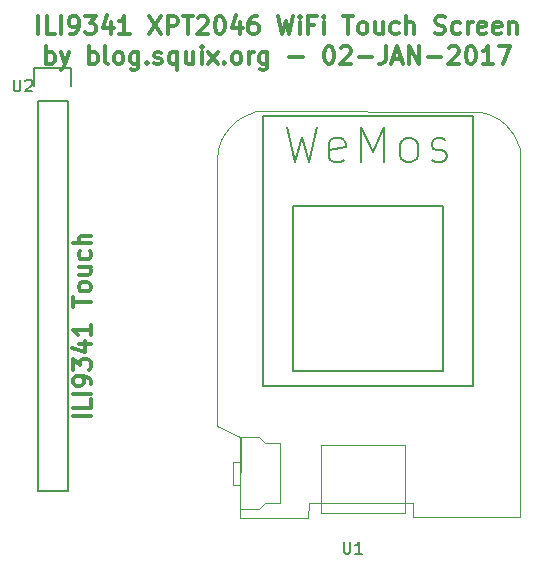
<source format=gbr>
G04 #@! TF.FileFunction,Legend,Top*
%FSLAX46Y46*%
G04 Gerber Fmt 4.6, Leading zero omitted, Abs format (unit mm)*
G04 Created by KiCad (PCBNEW 4.0.5) date 2017 January 02, Monday 13:47:43*
%MOMM*%
%LPD*%
G01*
G04 APERTURE LIST*
%ADD10C,0.100000*%
%ADD11C,0.300000*%
%ADD12C,0.150000*%
%ADD13R,2.432000X2.127200*%
%ADD14O,2.432000X2.127200*%
%ADD15C,2.200000*%
G04 APERTURE END LIST*
D10*
D11*
X118788571Y-116862856D02*
X117288571Y-116862856D01*
X118788571Y-115434284D02*
X118788571Y-116148570D01*
X117288571Y-116148570D01*
X118788571Y-114934284D02*
X117288571Y-114934284D01*
X118788571Y-114148570D02*
X118788571Y-113862855D01*
X118717143Y-113719998D01*
X118645714Y-113648570D01*
X118431429Y-113505712D01*
X118145714Y-113434284D01*
X117574286Y-113434284D01*
X117431429Y-113505712D01*
X117360000Y-113577141D01*
X117288571Y-113719998D01*
X117288571Y-114005712D01*
X117360000Y-114148570D01*
X117431429Y-114219998D01*
X117574286Y-114291427D01*
X117931429Y-114291427D01*
X118074286Y-114219998D01*
X118145714Y-114148570D01*
X118217143Y-114005712D01*
X118217143Y-113719998D01*
X118145714Y-113577141D01*
X118074286Y-113505712D01*
X117931429Y-113434284D01*
X117288571Y-112934284D02*
X117288571Y-112005713D01*
X117860000Y-112505713D01*
X117860000Y-112291427D01*
X117931429Y-112148570D01*
X118002857Y-112077141D01*
X118145714Y-112005713D01*
X118502857Y-112005713D01*
X118645714Y-112077141D01*
X118717143Y-112148570D01*
X118788571Y-112291427D01*
X118788571Y-112719999D01*
X118717143Y-112862856D01*
X118645714Y-112934284D01*
X117788571Y-110719999D02*
X118788571Y-110719999D01*
X117217143Y-111077142D02*
X118288571Y-111434285D01*
X118288571Y-110505713D01*
X118788571Y-109148571D02*
X118788571Y-110005714D01*
X118788571Y-109577142D02*
X117288571Y-109577142D01*
X117502857Y-109719999D01*
X117645714Y-109862857D01*
X117717143Y-110005714D01*
X117288571Y-107577143D02*
X117288571Y-106720000D01*
X118788571Y-107148571D02*
X117288571Y-107148571D01*
X118788571Y-106005714D02*
X118717143Y-106148572D01*
X118645714Y-106220000D01*
X118502857Y-106291429D01*
X118074286Y-106291429D01*
X117931429Y-106220000D01*
X117860000Y-106148572D01*
X117788571Y-106005714D01*
X117788571Y-105791429D01*
X117860000Y-105648572D01*
X117931429Y-105577143D01*
X118074286Y-105505714D01*
X118502857Y-105505714D01*
X118645714Y-105577143D01*
X118717143Y-105648572D01*
X118788571Y-105791429D01*
X118788571Y-106005714D01*
X117788571Y-104220000D02*
X118788571Y-104220000D01*
X117788571Y-104862857D02*
X118574286Y-104862857D01*
X118717143Y-104791429D01*
X118788571Y-104648571D01*
X118788571Y-104434286D01*
X118717143Y-104291429D01*
X118645714Y-104220000D01*
X118717143Y-102862857D02*
X118788571Y-103005714D01*
X118788571Y-103291428D01*
X118717143Y-103434286D01*
X118645714Y-103505714D01*
X118502857Y-103577143D01*
X118074286Y-103577143D01*
X117931429Y-103505714D01*
X117860000Y-103434286D01*
X117788571Y-103291428D01*
X117788571Y-103005714D01*
X117860000Y-102862857D01*
X118788571Y-102220000D02*
X117288571Y-102220000D01*
X118788571Y-101577143D02*
X118002857Y-101577143D01*
X117860000Y-101648572D01*
X117788571Y-101791429D01*
X117788571Y-102005714D01*
X117860000Y-102148572D01*
X117931429Y-102220000D01*
X114370003Y-84493571D02*
X114370003Y-82993571D01*
X115798575Y-84493571D02*
X115084289Y-84493571D01*
X115084289Y-82993571D01*
X116298575Y-84493571D02*
X116298575Y-82993571D01*
X117084289Y-84493571D02*
X117370004Y-84493571D01*
X117512861Y-84422143D01*
X117584289Y-84350714D01*
X117727147Y-84136429D01*
X117798575Y-83850714D01*
X117798575Y-83279286D01*
X117727147Y-83136429D01*
X117655718Y-83065000D01*
X117512861Y-82993571D01*
X117227147Y-82993571D01*
X117084289Y-83065000D01*
X117012861Y-83136429D01*
X116941432Y-83279286D01*
X116941432Y-83636429D01*
X117012861Y-83779286D01*
X117084289Y-83850714D01*
X117227147Y-83922143D01*
X117512861Y-83922143D01*
X117655718Y-83850714D01*
X117727147Y-83779286D01*
X117798575Y-83636429D01*
X118298575Y-82993571D02*
X119227146Y-82993571D01*
X118727146Y-83565000D01*
X118941432Y-83565000D01*
X119084289Y-83636429D01*
X119155718Y-83707857D01*
X119227146Y-83850714D01*
X119227146Y-84207857D01*
X119155718Y-84350714D01*
X119084289Y-84422143D01*
X118941432Y-84493571D01*
X118512860Y-84493571D01*
X118370003Y-84422143D01*
X118298575Y-84350714D01*
X120512860Y-83493571D02*
X120512860Y-84493571D01*
X120155717Y-82922143D02*
X119798574Y-83993571D01*
X120727146Y-83993571D01*
X122084288Y-84493571D02*
X121227145Y-84493571D01*
X121655717Y-84493571D02*
X121655717Y-82993571D01*
X121512860Y-83207857D01*
X121370002Y-83350714D01*
X121227145Y-83422143D01*
X123727145Y-82993571D02*
X124727145Y-84493571D01*
X124727145Y-82993571D02*
X123727145Y-84493571D01*
X125298573Y-84493571D02*
X125298573Y-82993571D01*
X125870001Y-82993571D01*
X126012859Y-83065000D01*
X126084287Y-83136429D01*
X126155716Y-83279286D01*
X126155716Y-83493571D01*
X126084287Y-83636429D01*
X126012859Y-83707857D01*
X125870001Y-83779286D01*
X125298573Y-83779286D01*
X126584287Y-82993571D02*
X127441430Y-82993571D01*
X127012859Y-84493571D02*
X127012859Y-82993571D01*
X127870001Y-83136429D02*
X127941430Y-83065000D01*
X128084287Y-82993571D01*
X128441430Y-82993571D01*
X128584287Y-83065000D01*
X128655716Y-83136429D01*
X128727144Y-83279286D01*
X128727144Y-83422143D01*
X128655716Y-83636429D01*
X127798573Y-84493571D01*
X128727144Y-84493571D01*
X129655715Y-82993571D02*
X129798572Y-82993571D01*
X129941429Y-83065000D01*
X130012858Y-83136429D01*
X130084287Y-83279286D01*
X130155715Y-83565000D01*
X130155715Y-83922143D01*
X130084287Y-84207857D01*
X130012858Y-84350714D01*
X129941429Y-84422143D01*
X129798572Y-84493571D01*
X129655715Y-84493571D01*
X129512858Y-84422143D01*
X129441429Y-84350714D01*
X129370001Y-84207857D01*
X129298572Y-83922143D01*
X129298572Y-83565000D01*
X129370001Y-83279286D01*
X129441429Y-83136429D01*
X129512858Y-83065000D01*
X129655715Y-82993571D01*
X131441429Y-83493571D02*
X131441429Y-84493571D01*
X131084286Y-82922143D02*
X130727143Y-83993571D01*
X131655715Y-83993571D01*
X132870000Y-82993571D02*
X132584286Y-82993571D01*
X132441429Y-83065000D01*
X132370000Y-83136429D01*
X132227143Y-83350714D01*
X132155714Y-83636429D01*
X132155714Y-84207857D01*
X132227143Y-84350714D01*
X132298571Y-84422143D01*
X132441429Y-84493571D01*
X132727143Y-84493571D01*
X132870000Y-84422143D01*
X132941429Y-84350714D01*
X133012857Y-84207857D01*
X133012857Y-83850714D01*
X132941429Y-83707857D01*
X132870000Y-83636429D01*
X132727143Y-83565000D01*
X132441429Y-83565000D01*
X132298571Y-83636429D01*
X132227143Y-83707857D01*
X132155714Y-83850714D01*
X134655714Y-82993571D02*
X135012857Y-84493571D01*
X135298571Y-83422143D01*
X135584285Y-84493571D01*
X135941428Y-82993571D01*
X136512857Y-84493571D02*
X136512857Y-83493571D01*
X136512857Y-82993571D02*
X136441428Y-83065000D01*
X136512857Y-83136429D01*
X136584285Y-83065000D01*
X136512857Y-82993571D01*
X136512857Y-83136429D01*
X137727143Y-83707857D02*
X137227143Y-83707857D01*
X137227143Y-84493571D02*
X137227143Y-82993571D01*
X137941429Y-82993571D01*
X138512857Y-84493571D02*
X138512857Y-83493571D01*
X138512857Y-82993571D02*
X138441428Y-83065000D01*
X138512857Y-83136429D01*
X138584285Y-83065000D01*
X138512857Y-82993571D01*
X138512857Y-83136429D01*
X140155714Y-82993571D02*
X141012857Y-82993571D01*
X140584286Y-84493571D02*
X140584286Y-82993571D01*
X141727143Y-84493571D02*
X141584285Y-84422143D01*
X141512857Y-84350714D01*
X141441428Y-84207857D01*
X141441428Y-83779286D01*
X141512857Y-83636429D01*
X141584285Y-83565000D01*
X141727143Y-83493571D01*
X141941428Y-83493571D01*
X142084285Y-83565000D01*
X142155714Y-83636429D01*
X142227143Y-83779286D01*
X142227143Y-84207857D01*
X142155714Y-84350714D01*
X142084285Y-84422143D01*
X141941428Y-84493571D01*
X141727143Y-84493571D01*
X143512857Y-83493571D02*
X143512857Y-84493571D01*
X142870000Y-83493571D02*
X142870000Y-84279286D01*
X142941428Y-84422143D01*
X143084286Y-84493571D01*
X143298571Y-84493571D01*
X143441428Y-84422143D01*
X143512857Y-84350714D01*
X144870000Y-84422143D02*
X144727143Y-84493571D01*
X144441429Y-84493571D01*
X144298571Y-84422143D01*
X144227143Y-84350714D01*
X144155714Y-84207857D01*
X144155714Y-83779286D01*
X144227143Y-83636429D01*
X144298571Y-83565000D01*
X144441429Y-83493571D01*
X144727143Y-83493571D01*
X144870000Y-83565000D01*
X145512857Y-84493571D02*
X145512857Y-82993571D01*
X146155714Y-84493571D02*
X146155714Y-83707857D01*
X146084285Y-83565000D01*
X145941428Y-83493571D01*
X145727143Y-83493571D01*
X145584285Y-83565000D01*
X145512857Y-83636429D01*
X147941428Y-84422143D02*
X148155714Y-84493571D01*
X148512857Y-84493571D01*
X148655714Y-84422143D01*
X148727143Y-84350714D01*
X148798571Y-84207857D01*
X148798571Y-84065000D01*
X148727143Y-83922143D01*
X148655714Y-83850714D01*
X148512857Y-83779286D01*
X148227143Y-83707857D01*
X148084285Y-83636429D01*
X148012857Y-83565000D01*
X147941428Y-83422143D01*
X147941428Y-83279286D01*
X148012857Y-83136429D01*
X148084285Y-83065000D01*
X148227143Y-82993571D01*
X148584285Y-82993571D01*
X148798571Y-83065000D01*
X150084285Y-84422143D02*
X149941428Y-84493571D01*
X149655714Y-84493571D01*
X149512856Y-84422143D01*
X149441428Y-84350714D01*
X149369999Y-84207857D01*
X149369999Y-83779286D01*
X149441428Y-83636429D01*
X149512856Y-83565000D01*
X149655714Y-83493571D01*
X149941428Y-83493571D01*
X150084285Y-83565000D01*
X150727142Y-84493571D02*
X150727142Y-83493571D01*
X150727142Y-83779286D02*
X150798570Y-83636429D01*
X150869999Y-83565000D01*
X151012856Y-83493571D01*
X151155713Y-83493571D01*
X152227141Y-84422143D02*
X152084284Y-84493571D01*
X151798570Y-84493571D01*
X151655713Y-84422143D01*
X151584284Y-84279286D01*
X151584284Y-83707857D01*
X151655713Y-83565000D01*
X151798570Y-83493571D01*
X152084284Y-83493571D01*
X152227141Y-83565000D01*
X152298570Y-83707857D01*
X152298570Y-83850714D01*
X151584284Y-83993571D01*
X153512855Y-84422143D02*
X153369998Y-84493571D01*
X153084284Y-84493571D01*
X152941427Y-84422143D01*
X152869998Y-84279286D01*
X152869998Y-83707857D01*
X152941427Y-83565000D01*
X153084284Y-83493571D01*
X153369998Y-83493571D01*
X153512855Y-83565000D01*
X153584284Y-83707857D01*
X153584284Y-83850714D01*
X152869998Y-83993571D01*
X154227141Y-83493571D02*
X154227141Y-84493571D01*
X154227141Y-83636429D02*
X154298569Y-83565000D01*
X154441427Y-83493571D01*
X154655712Y-83493571D01*
X154798569Y-83565000D01*
X154869998Y-83707857D01*
X154869998Y-84493571D01*
X115048572Y-87043571D02*
X115048572Y-85543571D01*
X115048572Y-86115000D02*
X115191429Y-86043571D01*
X115477143Y-86043571D01*
X115620000Y-86115000D01*
X115691429Y-86186429D01*
X115762858Y-86329286D01*
X115762858Y-86757857D01*
X115691429Y-86900714D01*
X115620000Y-86972143D01*
X115477143Y-87043571D01*
X115191429Y-87043571D01*
X115048572Y-86972143D01*
X116262858Y-86043571D02*
X116620001Y-87043571D01*
X116977143Y-86043571D02*
X116620001Y-87043571D01*
X116477143Y-87400714D01*
X116405715Y-87472143D01*
X116262858Y-87543571D01*
X118691429Y-87043571D02*
X118691429Y-85543571D01*
X118691429Y-86115000D02*
X118834286Y-86043571D01*
X119120000Y-86043571D01*
X119262857Y-86115000D01*
X119334286Y-86186429D01*
X119405715Y-86329286D01*
X119405715Y-86757857D01*
X119334286Y-86900714D01*
X119262857Y-86972143D01*
X119120000Y-87043571D01*
X118834286Y-87043571D01*
X118691429Y-86972143D01*
X120262858Y-87043571D02*
X120120000Y-86972143D01*
X120048572Y-86829286D01*
X120048572Y-85543571D01*
X121048572Y-87043571D02*
X120905714Y-86972143D01*
X120834286Y-86900714D01*
X120762857Y-86757857D01*
X120762857Y-86329286D01*
X120834286Y-86186429D01*
X120905714Y-86115000D01*
X121048572Y-86043571D01*
X121262857Y-86043571D01*
X121405714Y-86115000D01*
X121477143Y-86186429D01*
X121548572Y-86329286D01*
X121548572Y-86757857D01*
X121477143Y-86900714D01*
X121405714Y-86972143D01*
X121262857Y-87043571D01*
X121048572Y-87043571D01*
X122834286Y-86043571D02*
X122834286Y-87257857D01*
X122762857Y-87400714D01*
X122691429Y-87472143D01*
X122548572Y-87543571D01*
X122334286Y-87543571D01*
X122191429Y-87472143D01*
X122834286Y-86972143D02*
X122691429Y-87043571D01*
X122405715Y-87043571D01*
X122262857Y-86972143D01*
X122191429Y-86900714D01*
X122120000Y-86757857D01*
X122120000Y-86329286D01*
X122191429Y-86186429D01*
X122262857Y-86115000D01*
X122405715Y-86043571D01*
X122691429Y-86043571D01*
X122834286Y-86115000D01*
X123548572Y-86900714D02*
X123620000Y-86972143D01*
X123548572Y-87043571D01*
X123477143Y-86972143D01*
X123548572Y-86900714D01*
X123548572Y-87043571D01*
X124191429Y-86972143D02*
X124334286Y-87043571D01*
X124620001Y-87043571D01*
X124762858Y-86972143D01*
X124834286Y-86829286D01*
X124834286Y-86757857D01*
X124762858Y-86615000D01*
X124620001Y-86543571D01*
X124405715Y-86543571D01*
X124262858Y-86472143D01*
X124191429Y-86329286D01*
X124191429Y-86257857D01*
X124262858Y-86115000D01*
X124405715Y-86043571D01*
X124620001Y-86043571D01*
X124762858Y-86115000D01*
X126120001Y-86043571D02*
X126120001Y-87543571D01*
X126120001Y-86972143D02*
X125977144Y-87043571D01*
X125691430Y-87043571D01*
X125548572Y-86972143D01*
X125477144Y-86900714D01*
X125405715Y-86757857D01*
X125405715Y-86329286D01*
X125477144Y-86186429D01*
X125548572Y-86115000D01*
X125691430Y-86043571D01*
X125977144Y-86043571D01*
X126120001Y-86115000D01*
X127477144Y-86043571D02*
X127477144Y-87043571D01*
X126834287Y-86043571D02*
X126834287Y-86829286D01*
X126905715Y-86972143D01*
X127048573Y-87043571D01*
X127262858Y-87043571D01*
X127405715Y-86972143D01*
X127477144Y-86900714D01*
X128191430Y-87043571D02*
X128191430Y-86043571D01*
X128191430Y-85543571D02*
X128120001Y-85615000D01*
X128191430Y-85686429D01*
X128262858Y-85615000D01*
X128191430Y-85543571D01*
X128191430Y-85686429D01*
X128762859Y-87043571D02*
X129548573Y-86043571D01*
X128762859Y-86043571D02*
X129548573Y-87043571D01*
X130120002Y-86900714D02*
X130191430Y-86972143D01*
X130120002Y-87043571D01*
X130048573Y-86972143D01*
X130120002Y-86900714D01*
X130120002Y-87043571D01*
X131048574Y-87043571D02*
X130905716Y-86972143D01*
X130834288Y-86900714D01*
X130762859Y-86757857D01*
X130762859Y-86329286D01*
X130834288Y-86186429D01*
X130905716Y-86115000D01*
X131048574Y-86043571D01*
X131262859Y-86043571D01*
X131405716Y-86115000D01*
X131477145Y-86186429D01*
X131548574Y-86329286D01*
X131548574Y-86757857D01*
X131477145Y-86900714D01*
X131405716Y-86972143D01*
X131262859Y-87043571D01*
X131048574Y-87043571D01*
X132191431Y-87043571D02*
X132191431Y-86043571D01*
X132191431Y-86329286D02*
X132262859Y-86186429D01*
X132334288Y-86115000D01*
X132477145Y-86043571D01*
X132620002Y-86043571D01*
X133762859Y-86043571D02*
X133762859Y-87257857D01*
X133691430Y-87400714D01*
X133620002Y-87472143D01*
X133477145Y-87543571D01*
X133262859Y-87543571D01*
X133120002Y-87472143D01*
X133762859Y-86972143D02*
X133620002Y-87043571D01*
X133334288Y-87043571D01*
X133191430Y-86972143D01*
X133120002Y-86900714D01*
X133048573Y-86757857D01*
X133048573Y-86329286D01*
X133120002Y-86186429D01*
X133191430Y-86115000D01*
X133334288Y-86043571D01*
X133620002Y-86043571D01*
X133762859Y-86115000D01*
X135620002Y-86472143D02*
X136762859Y-86472143D01*
X138905716Y-85543571D02*
X139048573Y-85543571D01*
X139191430Y-85615000D01*
X139262859Y-85686429D01*
X139334288Y-85829286D01*
X139405716Y-86115000D01*
X139405716Y-86472143D01*
X139334288Y-86757857D01*
X139262859Y-86900714D01*
X139191430Y-86972143D01*
X139048573Y-87043571D01*
X138905716Y-87043571D01*
X138762859Y-86972143D01*
X138691430Y-86900714D01*
X138620002Y-86757857D01*
X138548573Y-86472143D01*
X138548573Y-86115000D01*
X138620002Y-85829286D01*
X138691430Y-85686429D01*
X138762859Y-85615000D01*
X138905716Y-85543571D01*
X139977144Y-85686429D02*
X140048573Y-85615000D01*
X140191430Y-85543571D01*
X140548573Y-85543571D01*
X140691430Y-85615000D01*
X140762859Y-85686429D01*
X140834287Y-85829286D01*
X140834287Y-85972143D01*
X140762859Y-86186429D01*
X139905716Y-87043571D01*
X140834287Y-87043571D01*
X141477144Y-86472143D02*
X142620001Y-86472143D01*
X143762858Y-85543571D02*
X143762858Y-86615000D01*
X143691430Y-86829286D01*
X143548573Y-86972143D01*
X143334287Y-87043571D01*
X143191430Y-87043571D01*
X144405715Y-86615000D02*
X145120001Y-86615000D01*
X144262858Y-87043571D02*
X144762858Y-85543571D01*
X145262858Y-87043571D01*
X145762858Y-87043571D02*
X145762858Y-85543571D01*
X146620001Y-87043571D01*
X146620001Y-85543571D01*
X147334287Y-86472143D02*
X148477144Y-86472143D01*
X149120001Y-85686429D02*
X149191430Y-85615000D01*
X149334287Y-85543571D01*
X149691430Y-85543571D01*
X149834287Y-85615000D01*
X149905716Y-85686429D01*
X149977144Y-85829286D01*
X149977144Y-85972143D01*
X149905716Y-86186429D01*
X149048573Y-87043571D01*
X149977144Y-87043571D01*
X150905715Y-85543571D02*
X151048572Y-85543571D01*
X151191429Y-85615000D01*
X151262858Y-85686429D01*
X151334287Y-85829286D01*
X151405715Y-86115000D01*
X151405715Y-86472143D01*
X151334287Y-86757857D01*
X151262858Y-86900714D01*
X151191429Y-86972143D01*
X151048572Y-87043571D01*
X150905715Y-87043571D01*
X150762858Y-86972143D01*
X150691429Y-86900714D01*
X150620001Y-86757857D01*
X150548572Y-86472143D01*
X150548572Y-86115000D01*
X150620001Y-85829286D01*
X150691429Y-85686429D01*
X150762858Y-85615000D01*
X150905715Y-85543571D01*
X152834286Y-87043571D02*
X151977143Y-87043571D01*
X152405715Y-87043571D02*
X152405715Y-85543571D01*
X152262858Y-85757857D01*
X152120000Y-85900714D01*
X151977143Y-85972143D01*
X153334286Y-85543571D02*
X154334286Y-85543571D01*
X153691429Y-87043571D01*
D12*
X114300000Y-90170000D02*
X114300000Y-123190000D01*
X114300000Y-123190000D02*
X116840000Y-123190000D01*
X116840000Y-123190000D02*
X116840000Y-90170000D01*
X117120000Y-87350000D02*
X117120000Y-88900000D01*
X116840000Y-90170000D02*
X114300000Y-90170000D01*
X114020000Y-88900000D02*
X114020000Y-87350000D01*
X114020000Y-87350000D02*
X117120000Y-87350000D01*
X148590000Y-113030000D02*
X148590000Y-99060000D01*
X148590000Y-99060000D02*
X135890000Y-99060000D01*
X135890000Y-99060000D02*
X135890000Y-113030000D01*
X135890000Y-113030000D02*
X148590000Y-113030000D01*
X151130000Y-114300000D02*
X133350000Y-114300000D01*
X133350000Y-114300000D02*
X133350000Y-91440000D01*
X133350000Y-91440000D02*
X151130000Y-91440000D01*
X151130000Y-91440000D02*
X151130000Y-114300000D01*
D10*
X131422528Y-125497228D02*
X137233820Y-125497228D01*
X137233820Y-125497228D02*
X137260151Y-124213795D01*
X137260151Y-124213795D02*
X146091373Y-124220483D01*
X146091373Y-124220483D02*
X146089397Y-125422736D01*
X146089397Y-125422736D02*
X155170193Y-125396658D01*
X155170193Y-125396658D02*
X155156195Y-94226507D01*
X155156195Y-94226507D02*
X154923384Y-93623714D01*
X154923384Y-93623714D02*
X154639901Y-93078833D01*
X154639901Y-93078833D02*
X154305253Y-92592423D01*
X154305253Y-92592423D02*
X153918953Y-92165048D01*
X153918953Y-92165048D02*
X153480512Y-91797259D01*
X153480512Y-91797259D02*
X152989440Y-91489623D01*
X152989440Y-91489623D02*
X152445250Y-91242690D01*
X152445250Y-91242690D02*
X151847453Y-91057024D01*
X151847453Y-91057024D02*
X132809540Y-91028266D01*
X132809540Y-91028266D02*
X132190176Y-91262259D01*
X132190176Y-91262259D02*
X131601982Y-91546742D01*
X131601982Y-91546742D02*
X131058555Y-91896257D01*
X131058555Y-91896257D02*
X130573497Y-92325342D01*
X130573497Y-92325342D02*
X130160405Y-92848540D01*
X130160405Y-92848540D02*
X129832878Y-93480387D01*
X129832878Y-93480387D02*
X129604518Y-94235425D01*
X129604518Y-94235425D02*
X129488922Y-95128193D01*
X129488922Y-95128193D02*
X129463974Y-117683285D01*
X129463974Y-117683285D02*
X131407520Y-118644181D01*
X131407520Y-118644181D02*
X131437314Y-125452524D01*
X145419650Y-119271451D02*
X138280069Y-119271451D01*
X138280069Y-119271451D02*
X138280069Y-125085188D01*
X138280069Y-125085188D02*
X145419650Y-125085188D01*
X145419650Y-125085188D02*
X145419650Y-119271451D01*
X131496400Y-118622349D02*
X133048622Y-118622349D01*
X133048622Y-118622349D02*
X133577789Y-119151515D01*
X133577789Y-119151515D02*
X134830150Y-119151515D01*
X134830150Y-119151515D02*
X134830150Y-124213876D01*
X134830150Y-124213876D02*
X133542511Y-124213876D01*
X133542511Y-124213876D02*
X133013344Y-124707765D01*
X133013344Y-124707765D02*
X131443483Y-124707765D01*
X131443483Y-124707765D02*
X131496400Y-118622349D01*
X131461122Y-120703738D02*
X130808483Y-120703738D01*
X130808483Y-120703738D02*
X130808483Y-122696932D01*
X130808483Y-122696932D02*
X131425844Y-122696932D01*
D12*
X112268095Y-88352381D02*
X112268095Y-89161905D01*
X112315714Y-89257143D01*
X112363333Y-89304762D01*
X112458571Y-89352381D01*
X112649048Y-89352381D01*
X112744286Y-89304762D01*
X112791905Y-89257143D01*
X112839524Y-89161905D01*
X112839524Y-88352381D01*
X113268095Y-88447619D02*
X113315714Y-88400000D01*
X113410952Y-88352381D01*
X113649048Y-88352381D01*
X113744286Y-88400000D01*
X113791905Y-88447619D01*
X113839524Y-88542857D01*
X113839524Y-88638095D01*
X113791905Y-88780952D01*
X113220476Y-89352381D01*
X113839524Y-89352381D01*
X140208095Y-127482381D02*
X140208095Y-128291905D01*
X140255714Y-128387143D01*
X140303333Y-128434762D01*
X140398571Y-128482381D01*
X140589048Y-128482381D01*
X140684286Y-128434762D01*
X140731905Y-128387143D01*
X140779524Y-128291905D01*
X140779524Y-127482381D01*
X141779524Y-128482381D02*
X141208095Y-128482381D01*
X141493809Y-128482381D02*
X141493809Y-127482381D01*
X141398571Y-127625238D01*
X141303333Y-127720476D01*
X141208095Y-127768095D01*
X135382857Y-92337143D02*
X136097143Y-95337143D01*
X136668572Y-93194286D01*
X137240000Y-95337143D01*
X137954286Y-92337143D01*
X140240000Y-95194286D02*
X139954286Y-95337143D01*
X139382857Y-95337143D01*
X139097143Y-95194286D01*
X138954286Y-94908571D01*
X138954286Y-93765714D01*
X139097143Y-93480000D01*
X139382857Y-93337143D01*
X139954286Y-93337143D01*
X140240000Y-93480000D01*
X140382857Y-93765714D01*
X140382857Y-94051429D01*
X138954286Y-94337143D01*
X141668572Y-95337143D02*
X141668572Y-92337143D01*
X142668572Y-94480000D01*
X143668572Y-92337143D01*
X143668572Y-95337143D01*
X145525714Y-95337143D02*
X145240000Y-95194286D01*
X145097143Y-95051429D01*
X144954286Y-94765714D01*
X144954286Y-93908571D01*
X145097143Y-93622857D01*
X145240000Y-93480000D01*
X145525714Y-93337143D01*
X145954286Y-93337143D01*
X146240000Y-93480000D01*
X146382857Y-93622857D01*
X146525714Y-93908571D01*
X146525714Y-94765714D01*
X146382857Y-95051429D01*
X146240000Y-95194286D01*
X145954286Y-95337143D01*
X145525714Y-95337143D01*
X147668572Y-95194286D02*
X147954286Y-95337143D01*
X148525714Y-95337143D01*
X148811429Y-95194286D01*
X148954286Y-94908571D01*
X148954286Y-94765714D01*
X148811429Y-94480000D01*
X148525714Y-94337143D01*
X148097143Y-94337143D01*
X147811429Y-94194286D01*
X147668572Y-93908571D01*
X147668572Y-93765714D01*
X147811429Y-93480000D01*
X148097143Y-93337143D01*
X148525714Y-93337143D01*
X148811429Y-93480000D01*
%LPC*%
D13*
X115570000Y-88900000D03*
D14*
X115570000Y-91440000D03*
X115570000Y-93980000D03*
X115570000Y-96520000D03*
X115570000Y-99060000D03*
X115570000Y-101600000D03*
X115570000Y-104140000D03*
X115570000Y-106680000D03*
X115570000Y-109220000D03*
X115570000Y-111760000D03*
X115570000Y-114300000D03*
X115570000Y-116840000D03*
X115570000Y-119380000D03*
X115570000Y-121920000D03*
D15*
X153670000Y-99060000D03*
X153670000Y-101600000D03*
X153670000Y-104140000D03*
X153670000Y-106680000D03*
X153670000Y-109220000D03*
X153670000Y-111760000D03*
X153670000Y-114300000D03*
X153670000Y-116840000D03*
X130810000Y-116840000D03*
X130810000Y-114300000D03*
X130810000Y-111760000D03*
X130810000Y-109220000D03*
X130810000Y-106680000D03*
X130810000Y-104140000D03*
X130810000Y-101600000D03*
X130810000Y-99060000D03*
M02*

</source>
